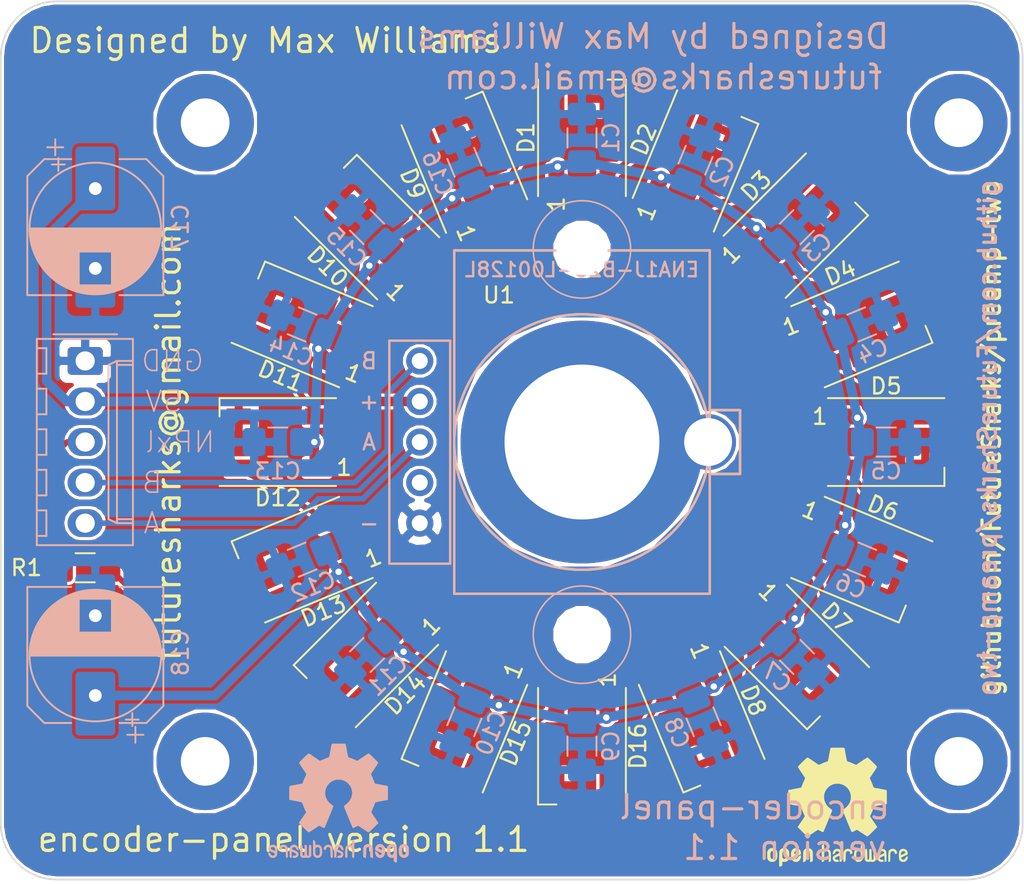
<source format=kicad_pcb>
(kicad_pcb (version 20171130) (host pcbnew "(5.0.2-4-gb601aea34)")
  (layers (0 F.Cu signal hide) (31 B.Cu signal) (34 B.Paste user hide) (35 F.Paste user hide) (36 B.SilkS user) (37 F.SilkS user hide) (38 B.Mask user hide) (39 F.Mask user hide) (44 Edge.Cuts user))
  (net 0 "")
  (net 1 "Net-(D1-Pad4)")
  (net 2 "Net-(D1-Pad2)")
  (net 3 "Net-(D2-Pad2)")
  (net 4 "Net-(D3-Pad2)")
  (net 5 "Net-(D4-Pad2)")
  (net 6 "Net-(D5-Pad2)")
  (net 7 "Net-(D6-Pad2)")
  (net 8 "Net-(D7-Pad2)")
  (net 9 GND)
  (net 10 +5V)
  (net 11 "Net-(D16-Pad4)")
  (net 12 "Net-(D10-Pad2)")
  (net 13 "Net-(D10-Pad4)")
  (net 14 "Net-(D11-Pad4)")
  (net 15 "Net-(D12-Pad4)")
  (net 16 "Net-(D13-Pad4)")
  (net 17 "Net-(D14-Pad4)")
  (net 18 "Net-(D15-Pad4)")
  (net 19 "Net-(J1-Pad5)")
  (net 20 "Net-(D14-Pad2)")
  (net 21 "Net-(J1-Pad4)")
  (net 22 "Net-(J1-Pad3)")
  (module Symbol:OSHW-Logo2_9.8x8mm_SilkScreen (layer B.Cu) (at 137.16 124.206 180)
    (fp_text reference LOGO1 hide)
    (fp_text value Logo_Open_Hardware_Small hide)
  )
  (module Symbol:OSHW-Logo2_9.8x8mm_SilkScreen (layer F.Cu) (at 168.402 124.46)
    (fp_text reference LOGO2 hide)
    (fp_text value Logo_Open_Hardware_Small hide)
  )
  (module Capacitor_SMD:CP_Elec_8x5.4 (layer B.Cu) (at 121.92 114.935 90)
    (fp_text reference C18 (at 0.127 5.334 90) (layer B.SilkS) (effects (justify mirror)))
    (fp_text value 1000uF)
    (pad 1 smd roundrect (at -3.05 0 90) (size 4 2.5) (layers B.Cu B.Paste B.Mask) (roundrect_rratio 0.1) (net 10 +5V))
    (pad 2 smd roundrect (at 3.05 0 90) (size 4 2.5) (layers B.Cu B.Paste B.Mask) (roundrect_rratio 0.1) (net 9 GND))
  )
  (module Capacitor_THT:CP_Radial_D8.0mm_P5.00mm (layer B.Cu) (at 121.92 117.475 90)
    (fp_text reference C20 hide)
    (fp_text value 1000uF)
    (pad 2 thru_hole circle (at 5 0 90) (size 1.6 1.6) (drill 0.8) (layers *.Cu *.Mask) (net 9 GND))
    (pad 1 thru_hole rect (at 0 0 90) (size 1.6 1.6) (drill 0.8) (layers *.Cu *.Mask) (net 10 +5V))
  )
  (module Capacitor_THT:CP_Radial_D8.0mm_P5.00mm (layer B.Cu) (at 121.92 85.725 270)
    (fp_text reference C19 hide)
    (fp_text value 1000uF)
    (pad 1 thru_hole rect (at 0 0 270) (size 1.6 1.6) (drill 0.8) (layers *.Cu *.Mask) (net 10 +5V))
    (pad 2 thru_hole circle (at 5 0 270) (size 1.6 1.6) (drill 0.8) (layers *.Cu *.Mask) (net 9 GND))
  )
  (module Capacitor_SMD:CP_Elec_8x5.4 (layer B.Cu) (at 121.92 88.14 270)
    (fp_text reference C17 (at -0.002 -5.334 270) (layer B.SilkS) (effects (justify mirror)))
    (fp_text value 1000uF)
    (pad 1 smd roundrect (at -3.05 0 270) (size 4 2.5) (layers B.Cu B.Paste B.Mask) (roundrect_rratio 0.1) (net 10 +5V))
    (pad 2 smd roundrect (at 3.05 0 270) (size 4 2.5) (layers B.Cu B.Paste B.Mask) (roundrect_rratio 0.1) (net 9 GND))
  )
  (module encoder-panel:ENA1J-B28-L00128L (layer F.Cu) (at 152.4 101.6)
    (fp_text reference U1 (at -5.2 -9.2) (layer F.SilkS))
    (fp_text value ENA1J-B28)
    (fp_text user - (at -13.335 5.08) (layer B.SilkS) (effects (justify mirror)))
    (fp_text user A (at -13.335 0) (layer B.SilkS) (effects (justify mirror)))
    (fp_text user + (at -13.335 -2.54) (layer B.SilkS) (effects (justify mirror)))
    (fp_text user B (at -13.335 -5.08) (layer B.SilkS) (effects (justify mirror)))
    (fp_text user ENA1J-B28-L00128L (at 0 -10.795) (layer B.SilkS) (effects (font (size 0.9 0.9)) (justify mirror)))
    (pad 4 thru_hole circle (at -10.16 5.08) (size 1.7 1.7) (drill 1) (layers *.Cu *.Mask) (net 9 GND))
    (pad "" thru_hole circle (at -10.16 2.54) (size 1.7 1.7) (drill 1) (layers *.Cu *.Mask))
    (pad 3 thru_hole circle (at -10.16 0) (size 1.7 1.7) (drill 1) (layers *.Cu *.Mask) (net 19 "Net-(J1-Pad5)"))
    (pad 2 thru_hole circle (at -10.16 -2.54) (size 1.7 1.7) (drill 1) (layers *.Cu *.Mask) (net 10 +5V))
    (pad "" thru_hole circle (at 7.9 0) (size 3.5 3.5) (drill 3) (layers *.Cu *.Mask))
    (pad 1 thru_hole circle (at -10.16 -5.08) (size 1.7 1.7) (drill 1) (layers *.Cu *.Mask) (net 21 "Net-(J1-Pad4)"))
    (pad "" thru_hole circle (at 0 0) (size 15.2 15.2) (drill 9.7) (layers *.Cu *.Mask))
  )
  (module MountingHole:MountingHole_3.2mm_M3_ISO14580 (layer F.Cu) (at 176 121.6)
    (fp_text reference MH6 hide)
    (fp_text value MountingHole)
    (pad 1 thru_hole circle (at 0 0) (size 6.1 6.1) (drill 3.05) (layers *.Cu *.Mask))
  )
  (module MountingHole:MountingHole_3.2mm_M3_ISO14580 (layer F.Cu) (at 128.8 121.6)
    (fp_text reference MH5 hide)
    (fp_text value MountingHole)
    (pad 1 thru_hole circle (at 0 0) (size 6.1 6.1) (drill 3.05) (layers *.Cu *.Mask))
  )
  (module MountingHole:MountingHole_3.2mm_M3_ISO14580 (layer F.Cu) (at 176 81.6)
    (fp_text reference MH4 hide)
    (fp_text value MountingHole)
    (pad 1 thru_hole circle (at 0 0) (size 6.1 6.1) (drill 3.05) (layers *.Cu *.Mask))
  )
  (module MountingHole:MountingHole_3.2mm_M3_ISO14580 (layer F.Cu) (at 128.8 81.6)
    (fp_text reference MH3 hide)
    (fp_text value MountingHole)
    (pad 1 thru_hole circle (at 0 0) (size 6.1 6.1) (drill 3.05) (layers *.Cu *.Mask))
  )
  (module Capacitor_SMD:C_1206_3216Metric_Pad1.42x1.75mm_HandSolder (layer B.Cu) (at 152.4 120.65 90)
    (fp_text reference C9 (at 0 1.82 90) (layer B.SilkS) (effects (justify mirror)))
    (fp_text value 0.1uF)
    (pad 2 smd roundrect (at 1.4875 0 90) (size 1.425 1.75) (layers B.Cu B.Paste B.Mask) (roundrect_rratio 0.175439) (net 10 +5V))
    (pad 1 smd roundrect (at -1.4875 0 90) (size 1.425 1.75) (layers B.Cu B.Paste B.Mask) (roundrect_rratio 0.175439) (net 9 GND))
  )
  (module Resistor_SMD:R_1206_3216Metric_Pad1.42x1.75mm_HandSolder (layer F.Cu) (at 121.285 109.474 180)
    (fp_text reference R1 (at 3.683 0 180) (layer F.SilkS))
    (fp_text value 500R)
    (pad 2 smd roundrect (at 1.4875 0 180) (size 1.425 1.75) (layers F.Cu F.Paste F.Mask) (roundrect_rratio 0.175439) (net 22 "Net-(J1-Pad3)"))
    (pad 1 smd roundrect (at -1.4875 0 180) (size 1.425 1.75) (layers F.Cu F.Paste F.Mask) (roundrect_rratio 0.175439) (net 16 "Net-(D13-Pad4)"))
  )
  (module Capacitor_SMD:C_1206_3216Metric_Pad1.42x1.75mm_HandSolder (layer B.Cu) (at 145.034 84.074 292.5)
    (fp_text reference C16 (at 0 1.82 292.5) (layer B.SilkS) (effects (justify mirror)))
    (fp_text value 0.1uF)
    (pad 2 smd roundrect (at 1.4875 0 292.5) (size 1.425 1.75) (layers B.Cu B.Paste B.Mask) (roundrect_rratio 0.175439) (net 10 +5V))
    (pad 1 smd roundrect (at -1.4875 0 292.5) (size 1.425 1.75) (layers B.Cu B.Paste B.Mask) (roundrect_rratio 0.175439) (net 9 GND))
  )
  (module Capacitor_SMD:C_1206_3216Metric_Pad1.42x1.75mm_HandSolder (layer B.Cu) (at 138.938 88.138 315)
    (fp_text reference C15 (at 0 1.82 315) (layer B.SilkS) (effects (justify mirror)))
    (fp_text value 0.1uF)
    (pad 2 smd roundrect (at 1.4875 0 315) (size 1.425 1.75) (layers B.Cu B.Paste B.Mask) (roundrect_rratio 0.175439) (net 10 +5V))
    (pad 1 smd roundrect (at -1.4875 0 315) (size 1.425 1.75) (layers B.Cu B.Paste B.Mask) (roundrect_rratio 0.175439) (net 9 GND))
  )
  (module Capacitor_SMD:C_1206_3216Metric_Pad1.42x1.75mm_HandSolder (layer B.Cu) (at 134.874 94.234 337.5)
    (fp_text reference C14 (at 0 1.82 337.5) (layer B.SilkS) (effects (justify mirror)))
    (fp_text value 0.1uF)
    (pad 2 smd roundrect (at 1.4875 0 337.5) (size 1.425 1.75) (layers B.Cu B.Paste B.Mask) (roundrect_rratio 0.175439) (net 10 +5V))
    (pad 1 smd roundrect (at -1.4875 0 337.5) (size 1.425 1.75) (layers B.Cu B.Paste B.Mask) (roundrect_rratio 0.175439) (net 9 GND))
  )
  (module Capacitor_SMD:C_1206_3216Metric_Pad1.42x1.75mm_HandSolder (layer B.Cu) (at 133.35 101.6)
    (fp_text reference C13 (at 0 1.82) (layer B.SilkS) (effects (justify mirror)))
    (fp_text value 0.1uF)
    (pad 2 smd roundrect (at 1.4875 0) (size 1.425 1.75) (layers B.Cu B.Paste B.Mask) (roundrect_rratio 0.175439) (net 10 +5V))
    (pad 1 smd roundrect (at -1.4875 0) (size 1.425 1.75) (layers B.Cu B.Paste B.Mask) (roundrect_rratio 0.175439) (net 9 GND))
  )
  (module Capacitor_SMD:C_1206_3216Metric_Pad1.42x1.75mm_HandSolder (layer B.Cu) (at 134.874 108.966 22.5)
    (fp_text reference C12 (at 0 1.82 22.5) (layer B.SilkS) (effects (justify mirror)))
    (fp_text value 0.1uF)
    (pad 2 smd roundrect (at 1.4875 0 22.5) (size 1.425 1.75) (layers B.Cu B.Paste B.Mask) (roundrect_rratio 0.175439) (net 10 +5V))
    (pad 1 smd roundrect (at -1.4875 0 22.5) (size 1.425 1.75) (layers B.Cu B.Paste B.Mask) (roundrect_rratio 0.175439) (net 9 GND))
  )
  (module Capacitor_SMD:C_1206_3216Metric_Pad1.42x1.75mm_HandSolder (layer B.Cu) (at 138.938 114.935 45)
    (fp_text reference C11 (at 0 1.82 45) (layer B.SilkS) (effects (justify mirror)))
    (fp_text value 0.1uF)
    (pad 2 smd roundrect (at 1.4875 0 45) (size 1.425 1.75) (layers B.Cu B.Paste B.Mask) (roundrect_rratio 0.175439) (net 10 +5V))
    (pad 1 smd roundrect (at -1.4875 0 45) (size 1.425 1.75) (layers B.Cu B.Paste B.Mask) (roundrect_rratio 0.175439) (net 9 GND))
  )
  (module Capacitor_SMD:C_1206_3216Metric_Pad1.42x1.75mm_HandSolder (layer B.Cu) (at 145.034 119.126 67.5)
    (fp_text reference C10 (at 0 1.82 67.5) (layer B.SilkS) (effects (justify mirror)))
    (fp_text value 0.1uF)
    (pad 2 smd roundrect (at 1.4875 0 67.5) (size 1.425 1.75) (layers B.Cu B.Paste B.Mask) (roundrect_rratio 0.175439) (net 10 +5V))
    (pad 1 smd roundrect (at -1.4875 0 67.5) (size 1.425 1.75) (layers B.Cu B.Paste B.Mask) (roundrect_rratio 0.175439) (net 9 GND))
  )
  (module Capacitor_SMD:C_1206_3216Metric_Pad1.42x1.75mm_HandSolder (layer B.Cu) (at 160.02 119.126 292.5)
    (fp_text reference C8 (at 0 1.82 292.5) (layer B.SilkS) (effects (justify mirror)))
    (fp_text value 0.1uF)
    (pad 2 smd roundrect (at 1.4875 0 292.5) (size 1.425 1.75) (layers B.Cu B.Paste B.Mask) (roundrect_rratio 0.175439) (net 9 GND))
    (pad 1 smd roundrect (at -1.4875 0 292.5) (size 1.425 1.75) (layers B.Cu B.Paste B.Mask) (roundrect_rratio 0.175439) (net 10 +5V))
  )
  (module Capacitor_SMD:C_1206_3216Metric_Pad1.42x1.75mm_HandSolder (layer B.Cu) (at 165.862 115.062 315)
    (fp_text reference C7 (at 0 1.82 315) (layer B.SilkS) (effects (justify mirror)))
    (fp_text value 0.1uF)
    (pad 2 smd roundrect (at 1.4875 0 315) (size 1.425 1.75) (layers B.Cu B.Paste B.Mask) (roundrect_rratio 0.175439) (net 9 GND))
    (pad 1 smd roundrect (at -1.4875 0 315) (size 1.425 1.75) (layers B.Cu B.Paste B.Mask) (roundrect_rratio 0.175439) (net 10 +5V))
  )
  (module Capacitor_SMD:C_1206_3216Metric_Pad1.42x1.75mm_HandSolder (layer B.Cu) (at 169.926 108.966 337.5)
    (fp_text reference C6 (at 0 1.82 337.5) (layer B.SilkS) (effects (justify mirror)))
    (fp_text value 0.1uF)
    (pad 2 smd roundrect (at 1.4875 0 337.5) (size 1.425 1.75) (layers B.Cu B.Paste B.Mask) (roundrect_rratio 0.175439) (net 9 GND))
    (pad 1 smd roundrect (at -1.4875 0 337.5) (size 1.425 1.75) (layers B.Cu B.Paste B.Mask) (roundrect_rratio 0.175439) (net 10 +5V))
  )
  (module Capacitor_SMD:C_1206_3216Metric_Pad1.42x1.75mm_HandSolder (layer B.Cu) (at 171.45 101.6)
    (fp_text reference C5 (at 0 1.82) (layer B.SilkS) (effects (justify mirror)))
    (fp_text value 0.1uF)
    (pad 2 smd roundrect (at 1.4875 0) (size 1.425 1.75) (layers B.Cu B.Paste B.Mask) (roundrect_rratio 0.175439) (net 9 GND))
    (pad 1 smd roundrect (at -1.4875 0) (size 1.425 1.75) (layers B.Cu B.Paste B.Mask) (roundrect_rratio 0.175439) (net 10 +5V))
  )
  (module Capacitor_SMD:C_1206_3216Metric_Pad1.42x1.75mm_HandSolder (layer B.Cu) (at 169.926 94.234 22.5)
    (fp_text reference C4 (at 0 1.82 22.5) (layer B.SilkS) (effects (justify mirror)))
    (fp_text value 0.1uF)
    (pad 2 smd roundrect (at 1.4875 0 22.5) (size 1.425 1.75) (layers B.Cu B.Paste B.Mask) (roundrect_rratio 0.175439) (net 9 GND))
    (pad 1 smd roundrect (at -1.4875 0 22.5) (size 1.425 1.75) (layers B.Cu B.Paste B.Mask) (roundrect_rratio 0.175439) (net 10 +5V))
  )
  (module Capacitor_SMD:C_1206_3216Metric_Pad1.42x1.75mm_HandSolder (layer B.Cu) (at 165.862 88.138 45)
    (fp_text reference C3 (at 0 1.82 45) (layer B.SilkS) (effects (justify mirror)))
    (fp_text value 0.1uF)
    (pad 2 smd roundrect (at 1.4875 0 45) (size 1.425 1.75) (layers B.Cu B.Paste B.Mask) (roundrect_rratio 0.175439) (net 9 GND))
    (pad 1 smd roundrect (at -1.4875 0 45) (size 1.425 1.75) (layers B.Cu B.Paste B.Mask) (roundrect_rratio 0.175439) (net 10 +5V))
  )
  (module Capacitor_SMD:C_1206_3216Metric_Pad1.42x1.75mm_HandSolder (layer B.Cu) (at 159.512 83.947 67.5)
    (fp_text reference C2 (at 0 1.82 67.5) (layer B.SilkS) (effects (justify mirror)))
    (fp_text value 0.1uF)
    (pad 2 smd roundrect (at 1.4875 0 67.5) (size 1.425 1.75) (layers B.Cu B.Paste B.Mask) (roundrect_rratio 0.175439) (net 9 GND))
    (pad 1 smd roundrect (at -1.4875 0 67.5) (size 1.425 1.75) (layers B.Cu B.Paste B.Mask) (roundrect_rratio 0.175439) (net 10 +5V))
  )
  (module Capacitor_SMD:C_1206_3216Metric_Pad1.42x1.75mm_HandSolder (layer B.Cu) (at 152.4 82.55 90)
    (fp_text reference C1 (at 0 1.82 90) (layer B.SilkS) (effects (justify mirror)))
    (fp_text value 0.1uF)
    (pad 2 smd roundrect (at 1.4875 0 90) (size 1.425 1.75) (layers B.Cu B.Paste B.Mask) (roundrect_rratio 0.175439) (net 9 GND))
    (pad 1 smd roundrect (at -1.4875 0 90) (size 1.425 1.75) (layers B.Cu B.Paste B.Mask) (roundrect_rratio 0.175439) (net 10 +5V))
  )
  (module Connector_Molex:Molex_KK-254_AE-6410-05A_1x05_P2.54mm_Vertical (layer B.Cu) (at 121.285 96.52 270)
    (fp_text reference J1 hide)
    (fp_text value Conn_01x05)
    (pad 5 thru_hole oval (at 10.16 0 270) (size 1.74 2.2) (drill 1.2) (layers *.Cu *.Mask) (net 19 "Net-(J1-Pad5)"))
    (pad 4 thru_hole oval (at 7.62 0 270) (size 1.74 2.2) (drill 1.2) (layers *.Cu *.Mask) (net 21 "Net-(J1-Pad4)"))
    (pad 3 thru_hole oval (at 5.08 0 270) (size 1.74 2.2) (drill 1.2) (layers *.Cu *.Mask) (net 22 "Net-(J1-Pad3)"))
    (pad 2 thru_hole oval (at 2.54 0 270) (size 1.74 2.2) (drill 1.2) (layers *.Cu *.Mask) (net 10 +5V))
    (pad 1 thru_hole roundrect (at 0 0 270) (size 1.74 2.2) (drill 1.2) (layers *.Cu *.Mask) (roundrect_rratio 0.143678) (net 9 GND))
  )
  (module LED_SMD:LED_WS2812B_PLCC4_5.0x5.0mm_P3.2mm (layer F.Cu) (at 145.034 119.126 247.5)
    (fp_text reference D15 (at 0 -3.5 247.5) (layer F.SilkS))
    (fp_text value WS2812B)
    (fp_text user 1 (at -4.15 -1.6 247.5) (layer F.SilkS))
    (pad 1 smd rect (at -2.45 -1.6 247.5) (size 1.5 1) (layers F.Cu F.Paste F.Mask) (net 10 +5V))
    (pad 2 smd rect (at -2.45 1.6 247.5) (size 1.5 1) (layers F.Cu F.Paste F.Mask) (net 17 "Net-(D14-Pad4)"))
    (pad 4 smd rect (at 2.45 -1.6 247.5) (size 1.5 1) (layers F.Cu F.Paste F.Mask) (net 18 "Net-(D15-Pad4)"))
    (pad 3 smd rect (at 2.45 1.6 247.5) (size 1.5 1) (layers F.Cu F.Paste F.Mask) (net 9 GND))
  )
  (module LED_SMD:LED_WS2812B_PLCC4_5.0x5.0mm_P3.2mm (layer F.Cu) (at 138.868218 114.935 225)
    (fp_text reference D14 (at 0 -3.5 225) (layer F.SilkS))
    (fp_text value WS2812B)
    (fp_text user 1 (at -4.15 -1.6 225) (layer F.SilkS))
    (pad 1 smd rect (at -2.45 -1.6 225) (size 1.5 1) (layers F.Cu F.Paste F.Mask) (net 10 +5V))
    (pad 2 smd rect (at -2.45 1.6 225) (size 1.5 1) (layers F.Cu F.Paste F.Mask) (net 20 "Net-(D14-Pad2)"))
    (pad 4 smd rect (at 2.45 -1.6 225) (size 1.5 1) (layers F.Cu F.Paste F.Mask) (net 17 "Net-(D14-Pad4)"))
    (pad 3 smd rect (at 2.45 1.6 225) (size 1.5 1) (layers F.Cu F.Paste F.Mask) (net 9 GND))
  )
  (module LED_SMD:LED_WS2812B_PLCC4_5.0x5.0mm_P3.2mm (layer F.Cu) (at 134.874 108.966 202.5)
    (fp_text reference D13 (at 0 -3.5 202.5) (layer F.SilkS))
    (fp_text value WS2812B)
    (fp_text user 1 (at -4.15 -1.6 202.5) (layer F.SilkS))
    (pad 1 smd rect (at -2.45 -1.6 202.5) (size 1.5 1) (layers F.Cu F.Paste F.Mask) (net 10 +5V))
    (pad 2 smd rect (at -2.45 1.6 202.5) (size 1.5 1) (layers F.Cu F.Paste F.Mask) (net 15 "Net-(D12-Pad4)"))
    (pad 4 smd rect (at 2.45 -1.6 202.5) (size 1.5 1) (layers F.Cu F.Paste F.Mask) (net 16 "Net-(D13-Pad4)"))
    (pad 3 smd rect (at 2.45 1.6 202.5) (size 1.5 1) (layers F.Cu F.Paste F.Mask) (net 9 GND))
  )
  (module LED_SMD:LED_WS2812B_PLCC4_5.0x5.0mm_P3.2mm (layer F.Cu) (at 133.35 101.6 180)
    (fp_text reference D12 (at 0 -3.5 180) (layer F.SilkS))
    (fp_text value WS2812B)
    (fp_text user 1 (at -4.15 -1.6 180) (layer F.SilkS))
    (pad 1 smd rect (at -2.45 -1.6 180) (size 1.5 1) (layers F.Cu F.Paste F.Mask) (net 10 +5V))
    (pad 2 smd rect (at -2.45 1.6 180) (size 1.5 1) (layers F.Cu F.Paste F.Mask) (net 14 "Net-(D11-Pad4)"))
    (pad 4 smd rect (at 2.45 -1.6 180) (size 1.5 1) (layers F.Cu F.Paste F.Mask) (net 15 "Net-(D12-Pad4)"))
    (pad 3 smd rect (at 2.45 1.6 180) (size 1.5 1) (layers F.Cu F.Paste F.Mask) (net 9 GND))
  )
  (module LED_SMD:LED_WS2812B_PLCC4_5.0x5.0mm_P3.2mm (layer F.Cu) (at 134.874 94.234 157.5)
    (fp_text reference D11 (at 0 -3.5 157.5) (layer F.SilkS))
    (fp_text value WS2812B)
    (fp_text user 1 (at -4.15 -1.6 157.5) (layer F.SilkS))
    (pad 1 smd rect (at -2.45 -1.6 157.5) (size 1.5 1) (layers F.Cu F.Paste F.Mask) (net 10 +5V))
    (pad 2 smd rect (at -2.45 1.6 157.5) (size 1.5 1) (layers F.Cu F.Paste F.Mask) (net 13 "Net-(D10-Pad4)"))
    (pad 4 smd rect (at 2.45 -1.6 157.5) (size 1.5 1) (layers F.Cu F.Paste F.Mask) (net 14 "Net-(D11-Pad4)"))
    (pad 3 smd rect (at 2.45 1.6 157.5) (size 1.5 1) (layers F.Cu F.Paste F.Mask) (net 9 GND))
  )
  (module LED_SMD:LED_WS2812B_PLCC4_5.0x5.0mm_P3.2mm (layer F.Cu) (at 138.938 88.138 135)
    (fp_text reference D10 (at 0 -3.5 135) (layer F.SilkS))
    (fp_text value WS2812B)
    (fp_text user 1 (at -4.15 -1.6 135) (layer F.SilkS))
    (pad 1 smd rect (at -2.45 -1.6 135) (size 1.5 1) (layers F.Cu F.Paste F.Mask) (net 10 +5V))
    (pad 2 smd rect (at -2.45 1.6 135) (size 1.5 1) (layers F.Cu F.Paste F.Mask) (net 12 "Net-(D10-Pad2)"))
    (pad 4 smd rect (at 2.45 -1.6 135) (size 1.5 1) (layers F.Cu F.Paste F.Mask) (net 13 "Net-(D10-Pad4)"))
    (pad 3 smd rect (at 2.45 1.6 135) (size 1.5 1) (layers F.Cu F.Paste F.Mask) (net 9 GND))
  )
  (module LED_SMD:LED_WS2812B_PLCC4_5.0x5.0mm_P3.2mm (layer F.Cu) (at 145.034 84.074 112.5)
    (fp_text reference D9 (at 0 -3.5 112.5) (layer F.SilkS))
    (fp_text value WS2812B)
    (fp_text user 1 (at -4.15 -1.6 112.5) (layer F.SilkS))
    (pad 1 smd rect (at -2.45 -1.6 112.5) (size 1.5 1) (layers F.Cu F.Paste F.Mask) (net 10 +5V))
    (pad 2 smd rect (at -2.45 1.6 112.5) (size 1.5 1) (layers F.Cu F.Paste F.Mask) (net 1 "Net-(D1-Pad4)"))
    (pad 4 smd rect (at 2.45 -1.6 112.5) (size 1.5 1) (layers F.Cu F.Paste F.Mask) (net 12 "Net-(D10-Pad2)"))
    (pad 3 smd rect (at 2.45 1.6 112.5) (size 1.5 1) (layers F.Cu F.Paste F.Mask) (net 9 GND))
  )
  (module LED_SMD:LED_WS2812B_PLCC4_5.0x5.0mm_P3.2mm (layer F.Cu) (at 165.862 115.062 315)
    (fp_text reference D7 (at 0 -3.5 315) (layer F.SilkS))
    (fp_text value WS2812B)
    (fp_text user 1 (at -4.15 -1.6 315) (layer F.SilkS))
    (pad 1 smd rect (at -2.45 -1.6 315) (size 1.5 1) (layers F.Cu F.Paste F.Mask) (net 10 +5V))
    (pad 2 smd rect (at -2.45 1.6 315) (size 1.5 1) (layers F.Cu F.Paste F.Mask) (net 8 "Net-(D7-Pad2)"))
    (pad 4 smd rect (at 2.45 -1.6 315) (size 1.5 1) (layers F.Cu F.Paste F.Mask) (net 7 "Net-(D6-Pad2)"))
    (pad 3 smd rect (at 2.45 1.6 315) (size 1.5 1) (layers F.Cu F.Paste F.Mask) (net 9 GND))
  )
  (module LED_SMD:LED_WS2812B_PLCC4_5.0x5.0mm_P3.2mm (layer F.Cu) (at 169.926 108.966 337.5)
    (fp_text reference D6 (at 0 -3.5 337.5) (layer F.SilkS))
    (fp_text value WS2812B)
    (fp_text user 1 (at -4.15 -1.6 337.5) (layer F.SilkS))
    (pad 1 smd rect (at -2.45 -1.6 337.5) (size 1.5 1) (layers F.Cu F.Paste F.Mask) (net 10 +5V))
    (pad 2 smd rect (at -2.45 1.6 337.5) (size 1.5 1) (layers F.Cu F.Paste F.Mask) (net 7 "Net-(D6-Pad2)"))
    (pad 4 smd rect (at 2.45 -1.6 337.5) (size 1.5 1) (layers F.Cu F.Paste F.Mask) (net 6 "Net-(D5-Pad2)"))
    (pad 3 smd rect (at 2.45 1.6 337.5) (size 1.5 1) (layers F.Cu F.Paste F.Mask) (net 9 GND))
  )
  (module LED_SMD:LED_WS2812B_PLCC4_5.0x5.0mm_P3.2mm (layer F.Cu) (at 171.45 101.6)
    (fp_text reference D5 (at 0 -3.5) (layer F.SilkS))
    (fp_text value WS2812B)
    (fp_text user 1 (at -4.15 -1.6) (layer F.SilkS))
    (pad 1 smd rect (at -2.45 -1.6) (size 1.5 1) (layers F.Cu F.Paste F.Mask) (net 10 +5V))
    (pad 2 smd rect (at -2.45 1.6) (size 1.5 1) (layers F.Cu F.Paste F.Mask) (net 6 "Net-(D5-Pad2)"))
    (pad 4 smd rect (at 2.45 -1.6) (size 1.5 1) (layers F.Cu F.Paste F.Mask) (net 5 "Net-(D4-Pad2)"))
    (pad 3 smd rect (at 2.45 1.6) (size 1.5 1) (layers F.Cu F.Paste F.Mask) (net 9 GND))
  )
  (module LED_SMD:LED_WS2812B_PLCC4_5.0x5.0mm_P3.2mm (layer F.Cu) (at 169.926 94.234 22.5)
    (fp_text reference D4 (at 0 -3.5 22.5) (layer F.SilkS))
    (fp_text value WS2812B)
    (fp_text user 1 (at -4.15 -1.6 22.5) (layer F.SilkS))
    (pad 1 smd rect (at -2.45 -1.6 22.5) (size 1.5 1) (layers F.Cu F.Paste F.Mask) (net 10 +5V))
    (pad 2 smd rect (at -2.45 1.6 22.5) (size 1.5 1) (layers F.Cu F.Paste F.Mask) (net 5 "Net-(D4-Pad2)"))
    (pad 4 smd rect (at 2.45 -1.6 22.5) (size 1.5 1) (layers F.Cu F.Paste F.Mask) (net 4 "Net-(D3-Pad2)"))
    (pad 3 smd rect (at 2.45 1.6 22.5) (size 1.5 1) (layers F.Cu F.Paste F.Mask) (net 9 GND))
  )
  (module LED_SMD:LED_WS2812B_PLCC4_5.0x5.0mm_P3.2mm (layer F.Cu) (at 165.792218 88.044959 45)
    (fp_text reference D3 (at 0 -3.5 45) (layer F.SilkS))
    (fp_text value WS2812B)
    (fp_text user 1 (at -4.15 -1.6 45) (layer F.SilkS))
    (pad 1 smd rect (at -2.45 -1.6 45) (size 1.5 1) (layers F.Cu F.Paste F.Mask) (net 10 +5V))
    (pad 2 smd rect (at -2.45 1.6 45) (size 1.5 1) (layers F.Cu F.Paste F.Mask) (net 4 "Net-(D3-Pad2)"))
    (pad 4 smd rect (at 2.45 -1.6 45) (size 1.5 1) (layers F.Cu F.Paste F.Mask) (net 3 "Net-(D2-Pad2)"))
    (pad 3 smd rect (at 2.45 1.6 45) (size 1.5 1) (layers F.Cu F.Paste F.Mask) (net 9 GND))
  )
  (module LED_SMD:LED_WS2812B_PLCC4_5.0x5.0mm_P3.2mm (layer F.Cu) (at 159.512 83.992202 67.5)
    (fp_text reference D2 (at 0 -3.5 67.5) (layer F.SilkS))
    (fp_text value WS2812B)
    (fp_text user 1 (at -4.15 -1.6 67.5) (layer F.SilkS))
    (pad 1 smd rect (at -2.45 -1.6 67.5) (size 1.5 1) (layers F.Cu F.Paste F.Mask) (net 10 +5V))
    (pad 2 smd rect (at -2.45 1.6 67.5) (size 1.5 1) (layers F.Cu F.Paste F.Mask) (net 3 "Net-(D2-Pad2)"))
    (pad 4 smd rect (at 2.45 -1.6 67.5) (size 1.5 1) (layers F.Cu F.Paste F.Mask) (net 2 "Net-(D1-Pad2)"))
    (pad 3 smd rect (at 2.45 1.6 67.5) (size 1.5 1) (layers F.Cu F.Paste F.Mask) (net 9 GND))
  )
  (module LED_SMD:LED_WS2812B_PLCC4_5.0x5.0mm_P3.2mm (layer F.Cu) (at 152.4 82.55 90)
    (fp_text reference D1 (at 0 -3.5 90) (layer F.SilkS))
    (fp_text value WS2812B)
    (fp_text user 1 (at -4.15 -1.6 90) (layer F.SilkS))
    (pad 1 smd rect (at -2.45 -1.6 90) (size 1.5 1) (layers F.Cu F.Paste F.Mask) (net 10 +5V))
    (pad 2 smd rect (at -2.45 1.6 90) (size 1.5 1) (layers F.Cu F.Paste F.Mask) (net 2 "Net-(D1-Pad2)"))
    (pad 4 smd rect (at 2.45 -1.6 90) (size 1.5 1) (layers F.Cu F.Paste F.Mask) (net 1 "Net-(D1-Pad4)"))
    (pad 3 smd rect (at 2.45 1.6 90) (size 1.5 1) (layers F.Cu F.Paste F.Mask) (net 9 GND))
  )
  (module MountingHole:MountingHole_3.2mm_M3_ISO14580 (layer F.Cu) (at 152.4 113.665)
    (fp_text reference MH2 hide)
    (fp_text value MountingHole)
    (pad 1 np_thru_hole circle (at 0 0) (size 3.2 3.2) (drill 3.2) (layers *.Cu *.Mask))
  )
  (module MountingHole:MountingHole_3.2mm_M3_ISO14580 (layer F.Cu) (at 152.4 89.535)
    (fp_text reference MH1 hide)
    (fp_text value MountingHole)
    (pad 1 np_thru_hole circle (at 0 0) (size 3.2 3.2) (drill 3.2) (layers *.Cu *.Mask))
  )
  (module LED_SMD:LED_WS2812B_PLCC4_5.0x5.0mm_P3.2mm (layer F.Cu) (at 152.4 120.65 270)
    (fp_text reference D16 (at 0 -3.5 270) (layer F.SilkS))
    (fp_text value WS2812B)
    (fp_text user 1 (at -4.15 -1.6 270) (layer F.SilkS))
    (pad 1 smd rect (at -2.45 -1.6 270) (size 1.5 1) (layers F.Cu F.Paste F.Mask) (net 10 +5V))
    (pad 2 smd rect (at -2.45 1.6 270) (size 1.5 1) (layers F.Cu F.Paste F.Mask) (net 18 "Net-(D15-Pad4)"))
    (pad 4 smd rect (at 2.45 -1.6 270) (size 1.5 1) (layers F.Cu F.Paste F.Mask) (net 11 "Net-(D16-Pad4)"))
    (pad 3 smd rect (at 2.45 1.6 270) (size 1.5 1) (layers F.Cu F.Paste F.Mask) (net 9 GND))
  )
  (module LED_SMD:LED_WS2812B_PLCC4_5.0x5.0mm_P3.2mm (layer F.Cu) (at 159.895782 119.126211 292.5)
    (fp_text reference D8 (at 0 -3.5 292.5) (layer F.SilkS))
    (fp_text value WS2812B)
    (fp_text user 1 (at -4.15 -1.6 292.5) (layer F.SilkS))
    (pad 1 smd rect (at -2.45 -1.6 292.5) (size 1.5 1) (layers F.Cu F.Paste F.Mask) (net 10 +5V))
    (pad 2 smd rect (at -2.45 1.6 292.5) (size 1.5 1) (layers F.Cu F.Paste F.Mask) (net 11 "Net-(D16-Pad4)"))
    (pad 4 smd rect (at 2.45 -1.6 292.5) (size 1.5 1) (layers F.Cu F.Paste F.Mask) (net 8 "Net-(D7-Pad2)"))
    (pad 3 smd rect (at 2.45 1.6 292.5) (size 1.5 1) (layers F.Cu F.Paste F.Mask) (net 9 GND))
  )
  (gr_text "encoder-panel\n" (at 126.746 126.492) (layer F.SilkS) (effects (font (size 1.5 1.5) (thickness 0.2))))
  (gr_text "version 1.1" (at 142.748 126.492) (layer F.SilkS) (effects (font (size 1.5 1.5) (thickness 0.2))))
  (gr_text "Designed by Max Williams" (at 132.588 76.454) (layer F.SilkS) (effects (font (size 1.5 1.5) (thickness 0.2))))
  (gr_text futuresharks@gmail.com (at 126.492 101.6 90) (layer F.SilkS) (effects (font (size 1.5 1.5) (thickness 0.2))))
  (gr_text github.com/FutureSharks/preamp-two (at 178.054 101.346 90) (layer F.SilkS) (effects (font (size 1.1 1.1) (thickness 0.2))))
  (gr_text github.com/FutureSharks/preamp-two (at 177.8 101.346 90) (layer B.SilkS) (effects (font (size 1.1 1.1) (thickness 0.2)) (justify mirror)))
  (gr_arc (start 176.5 125.5) (end 176.5 129) (angle -90) (layer Edge.Cuts) (width 0.1))
  (gr_arc (start 119.5 125.5) (end 116 125.5) (angle -90) (layer Edge.Cuts) (width 0.1))
  (gr_arc (start 119.5 77.5) (end 119.5 74) (angle -90) (layer Edge.Cuts) (width 0.1))
  (gr_arc (start 176.5 77.5) (end 180 77.5) (angle -90) (layer Edge.Cuts) (width 0.1))
  (gr_text NPxl (at 124.968 101.6) (layer B.SilkS) (effects (font (size 1.3 1.3) (thickness 0.1)) (justify right mirror)))
  (gr_text A (at 125.476 106.68) (layer B.SilkS) (effects (font (size 1.3 1.3) (thickness 0.1)) (justify mirror)))
  (gr_text GND (at 124.714 96.52) (layer B.SilkS) (effects (font (size 1.3 1.3) (thickness 0.1)) (justify right mirror)))
  (gr_text 5V (at 124.968 99.06) (layer B.SilkS) (effects (font (size 1.3 1.3) (thickness 0.1)) (justify right mirror)))
  (gr_text "B\n" (at 125.476 104.14) (layer B.SilkS) (effects (font (size 1.3 1.3) (thickness 0.1)) (justify mirror)))
  (gr_text "version 1.1" (at 165.1 127) (layer B.SilkS) (effects (font (size 1.5 1.5) (thickness 0.2)) (justify mirror)))
  (gr_text "encoder-panel\n" (at 163.195 124.46) (layer B.SilkS) (effects (font (size 1.5 1.5) (thickness 0.2)) (justify mirror)))
  (gr_text futuresharks@gmail.com (at 157.48 78.74) (layer B.SilkS) (effects (font (size 1.5 1.5) (thickness 0.2)) (justify mirror)))
  (gr_text "Designed by Max Williams" (at 156.845 76.2) (layer B.SilkS) (effects (font (size 1.5 1.5) (thickness 0.2)) (justify mirror)))
  (gr_circle (center 152.398 89.535) (end 155.448 89.535) (layer B.SilkS) (width 0.1))
  (gr_circle (center 152.4 113.665) (end 155.45 113.665) (layer B.SilkS) (width 0.1))
  (gr_line (start 176.5 74) (end 119.5 74) (layer Edge.Cuts) (width 0.1))
  (gr_line (start 180 125.5) (end 180 77.5) (layer Edge.Cuts) (width 0.1))
  (gr_line (start 119.5 129) (end 176.5 129) (layer Edge.Cuts) (width 0.1))
  (gr_line (start 116 77.5) (end 116 125.5) (layer Edge.Cuts) (width 0.1))
  (segment (start 147.449782 85.725211) (end 150.8 80.1) (width 0.35) (layer F.Cu) (net 1))
  (segment (start 158.971367 81.116404) (end 154 85) (width 0.35) (layer F.Cu) (net 2))
  (segment (start 160.052633 86.868) (end 166.393259 85.181177) (width 0.35) (layer F.Cu) (net 3))
  (segment (start 165.191177 90.908741) (end 171.577211 91.818218) (width 0.35) (layer F.Cu) (net 4))
  (segment (start 173.9 100) (end 168.274789 96.649782) (width 0.35) (layer F.Cu) (net 5))
  (segment (start 172.801798 108.425367) (end 169 103.2) (width 0.35) (layer F.Cu) (net 6))
  (segment (start 168.725782 115.663041) (end 167.050202 109.506633) (width 0.35) (layer F.Cu) (net 7))
  (segment (start 162.311564 120.777422) (end 162.998218 114.460959) (width 0.35) (layer F.Cu) (net 8))
  (via (at 135.89 95.758) (size 0.8) (drill 0.4) (layers F.Cu B.Cu) (net 10))
  (segment (start 142.239999 99.060001) (end 142.24 99.06) (width 0.6) (layer B.Cu) (net 10))
  (segment (start 152.4 119.1625) (end 147.193 118.081707) (width 0.6) (layer B.Cu) (net 10))
  (segment (start 152.4 119.1625) (end 153.924 118.857566) (width 0.6) (layer B.Cu) (net 10))
  (segment (start 159.450758 117.751729) (end 160.655 116.911016) (width 0.6) (layer B.Cu) (net 10))
  (segment (start 139.989821 113.883179) (end 141.224 114.733726) (width 0.6) (layer B.Cu) (net 10))
  (segment (start 136.248271 108.396758) (end 137.156133 109.728) (width 0.6) (layer B.Cu) (net 10))
  (segment (start 136.248271 94.803242) (end 139.082545 90.551) (width 0.6) (layer B.Cu) (net 10))
  (segment (start 139.989821 89.189821) (end 144.272 86.335593) (width 0.6) (layer B.Cu) (net 10))
  (segment (start 145.603242 85.448271) (end 150.876 84.35383) (width 0.6) (layer B.Cu) (net 10))
  (segment (start 152.4 84.0375) (end 157.353 85.009341) (width 0.6) (layer B.Cu) (net 10))
  (segment (start 158.942758 85.321271) (end 163.322 88.208625) (width 0.6) (layer B.Cu) (net 10))
  (segment (start 164.810179 89.189821) (end 167.664407 93.472) (width 0.6) (layer B.Cu) (net 10))
  (segment (start 168.551729 94.803242) (end 169.64617 100.076) (width 0.6) (layer B.Cu) (net 10))
  (segment (start 168.551729 108.396758) (end 168.881707 106.807) (width 0.6) (layer B.Cu) (net 10))
  (segment (start 164.810179 114.010179) (end 165.717454 112.649) (width 0.6) (layer B.Cu) (net 10))
  (segment (start 150.876 84.35383) (end 152.4 84.0375) (width 0.6) (layer B.Cu) (net 10))
  (via (at 150.876 84.35383) (size 0.8) (drill 0.4) (layers F.Cu B.Cu) (net 10))
  (segment (start 144.272 86.335593) (end 145.603242 85.448271) (width 0.6) (layer B.Cu) (net 10))
  (via (at 144.272 86.335593) (size 0.8) (drill 0.4) (layers F.Cu B.Cu) (net 10))
  (segment (start 139.082545 90.551) (end 139.989821 89.189821) (width 0.6) (layer B.Cu) (net 10))
  (via (at 139.082545 90.551) (size 0.8) (drill 0.4) (layers F.Cu B.Cu) (net 10))
  (segment (start 137.156133 109.728) (end 139.989821 113.883179) (width 0.6) (layer B.Cu) (net 10))
  (via (at 137.156133 109.728) (size 0.8) (drill 0.4) (layers F.Cu B.Cu) (net 10))
  (segment (start 141.224 114.733726) (end 145.603242 117.751729) (width 0.6) (layer B.Cu) (net 10))
  (via (at 141.224 114.733726) (size 0.8) (drill 0.4) (layers F.Cu B.Cu) (net 10))
  (segment (start 147.193 118.081707) (end 145.603242 117.751729) (width 0.6) (layer B.Cu) (net 10))
  (via (at 147.193 118.081707) (size 0.8) (drill 0.4) (layers F.Cu B.Cu) (net 10))
  (segment (start 153.924 118.857566) (end 159.450758 117.751729) (width 0.6) (layer B.Cu) (net 10))
  (via (at 153.924 118.857566) (size 0.8) (drill 0.4) (layers F.Cu B.Cu) (net 10))
  (segment (start 160.655 116.911016) (end 164.810179 114.010179) (width 0.6) (layer B.Cu) (net 10))
  (via (at 160.655 116.911016) (size 0.8) (drill 0.4) (layers F.Cu B.Cu) (net 10))
  (segment (start 165.717454 112.649) (end 168.551729 108.396758) (width 0.6) (layer B.Cu) (net 10))
  (via (at 165.717454 112.649) (size 0.8) (drill 0.4) (layers F.Cu B.Cu) (net 10))
  (segment (start 168.881707 106.807) (end 169.9625 101.6) (width 0.6) (layer B.Cu) (net 10))
  (via (at 168.881707 106.807) (size 0.8) (drill 0.4) (layers F.Cu B.Cu) (net 10))
  (segment (start 169.64617 100.076) (end 169.9625 101.6) (width 0.6) (layer B.Cu) (net 10))
  (via (at 169.64617 100.076) (size 0.8) (drill 0.4) (layers F.Cu B.Cu) (net 10))
  (segment (start 167.664407 93.472) (end 168.551729 94.803242) (width 0.6) (layer B.Cu) (net 10))
  (via (at 167.664407 93.472) (size 0.8) (drill 0.4) (layers F.Cu B.Cu) (net 10))
  (segment (start 163.322 88.208625) (end 164.810179 89.189821) (width 0.6) (layer B.Cu) (net 10))
  (via (at 163.322 88.208625) (size 0.8) (drill 0.4) (layers F.Cu B.Cu) (net 10))
  (segment (start 157.353 85.009341) (end 158.942758 85.321271) (width 0.6) (layer B.Cu) (net 10))
  (via (at 157.353 85.009341) (size 0.8) (drill 0.4) (layers F.Cu B.Cu) (net 10))
  (segment (start 135.8 103.2) (end 135.331 103.2) (width 0.6) (layer F.Cu) (net 10))
  (segment (start 136.248271 94.803242) (end 136.248271 95.399729) (width 0.6) (layer B.Cu) (net 10))
  (segment (start 136.248271 95.399729) (end 135.89 95.758) (width 0.6) (layer B.Cu) (net 10))
  (segment (start 136.525211 96.649782) (end 136.525211 96.393211) (width 0.6) (layer F.Cu) (net 10))
  (segment (start 136.525211 96.393211) (end 135.89 95.758) (width 0.6) (layer F.Cu) (net 10))
  (via (at 135.636 101.6) (size 0.8) (drill 0.4) (layers F.Cu B.Cu) (net 10))
  (segment (start 135.89 95.758) (end 135.636 101.6) (width 0.6) (layer B.Cu) (net 10))
  (segment (start 135.636 101.6) (end 134.8375 101.6) (width 0.6) (layer B.Cu) (net 10))
  (segment (start 123.571 99.060001) (end 132.297501 99.060001) (width 0.6) (layer B.Cu) (net 10))
  (segment (start 138.935429 99.06) (end 136.525211 96.649782) (width 0.6) (layer F.Cu) (net 10))
  (segment (start 142.24 99.06) (end 138.935429 99.06) (width 0.6) (layer F.Cu) (net 10))
  (segment (start 135.636 103.036) (end 135.8 103.2) (width 0.6) (layer F.Cu) (net 10))
  (segment (start 135.636 101.6) (end 135.636 103.036) (width 0.6) (layer F.Cu) (net 10))
  (segment (start 121.285 99.06) (end 123.698 99.06) (width 0.6) (layer B.Cu) (net 10))
  (segment (start 121.92 117.475) (end 129.413 117.475) (width 0.6) (layer B.Cu) (net 10))
  (segment (start 129.413 117.475) (end 137.16 109.728) (width 0.6) (layer B.Cu) (net 10))
  (segment (start 118.872 88.773) (end 121.92 85.725) (width 0.6) (layer B.Cu) (net 10))
  (segment (start 118.872 97.79) (end 118.872 88.773) (width 0.6) (layer B.Cu) (net 10))
  (segment (start 120.142 99.06) (end 118.872 97.79) (width 0.6) (layer B.Cu) (net 10))
  (segment (start 121.285 99.06) (end 120.142 99.06) (width 0.6) (layer B.Cu) (net 10))
  (segment (start 132.297501 99.060001) (end 135.636 99.06) (width 0.6) (layer B.Cu) (net 10))
  (segment (start 154 123.1) (end 157.48 117.475) (width 0.35) (layer F.Cu) (net 11))
  (segment (start 142.618218 82.422789) (end 141.801782 88.739041) (width 0.35) (layer F.Cu) (net 12))
  (segment (start 136.074218 87.536959) (end 137.749798 93.693367) (width 0.35) (layer F.Cu) (net 13))
  (segment (start 131.998202 94.774633) (end 135.8 100) (width 0.35) (layer F.Cu) (net 14))
  (segment (start 136.525211 106.550218) (end 130.9 103.2) (width 0.35) (layer F.Cu) (net 15))
  (segment (start 124.680282 111.381782) (end 122.7725 109.474) (width 0.35) (layer F.Cu) (net 16))
  (segment (start 133.222789 111.381782) (end 124.680282 111.381782) (width 0.35) (layer F.Cu) (net 16))
  (segment (start 138.267177 117.798782) (end 144.493367 116.250202) (width 0.35) (layer F.Cu) (net 17))
  (segment (start 145.574633 122.001798) (end 150.8 118.2) (width 0.35) (layer F.Cu) (net 18))
  (segment (start 123.571 106.680001) (end 134.365999 106.680001) (width 0.35) (layer B.Cu) (net 19))
  (segment (start 134.365999 106.680001) (end 135.89 105.156) (width 0.35) (layer B.Cu) (net 19))
  (segment (start 138.684 105.156) (end 142.24 101.6) (width 0.35) (layer B.Cu) (net 19))
  (segment (start 135.89 105.156) (end 138.684 105.156) (width 0.35) (layer B.Cu) (net 19))
  (segment (start 121.285 106.68) (end 123.698 106.68) (width 0.35) (layer B.Cu) (net 19))
  (segment (start 123.571 104.140001) (end 138.175999 104.140001) (width 0.35) (layer B.Cu) (net 21))
  (segment (start 138.175999 104.140001) (end 140.208 102.108) (width 0.35) (layer B.Cu) (net 21))
  (segment (start 140.208 102.108) (end 140.208 98.552) (width 0.35) (layer B.Cu) (net 21))
  (segment (start 140.208 98.552) (end 142.24 96.52) (width 0.35) (layer B.Cu) (net 21))
  (segment (start 121.285 104.14) (end 123.698 104.14) (width 0.35) (layer B.Cu) (net 21))
  (segment (start 119.126 108.8025) (end 119.7975 109.474) (width 0.35) (layer F.Cu) (net 22))
  (segment (start 119.126 102.616) (end 119.126 108.8025) (width 0.35) (layer F.Cu) (net 22))
  (segment (start 120.142 101.6) (end 119.126 102.616) (width 0.35) (layer F.Cu) (net 22))
  (segment (start 121.285 101.6) (end 120.142 101.6) (width 0.35) (layer F.Cu) (net 22))
  (zone (net 9) (net_name GND) (layer F.Cu) (connect_pads (clearance 0.1524)) (min_thickness 0.254) (fill yes (arc_segments 16) (thermal_gap 0.508) (thermal_bridge_width 0.508))
    (polygon (pts (xy 116 74) (xy 180.086 73.914) (xy 180.086 129.286) (xy 116 129)))
  )
  (zone (net 9) (net_name GND) (layer B.Cu) (connect_pads (clearance 0.1524)) (min_thickness 0.254) (fill yes (arc_segments 16) (thermal_gap 0.508) (thermal_bridge_width 0.508))
    (polygon (pts (xy 116 74) (xy 180.086 73.914) (xy 180.086 129.286) (xy 116 129)))
  )
)
</source>
